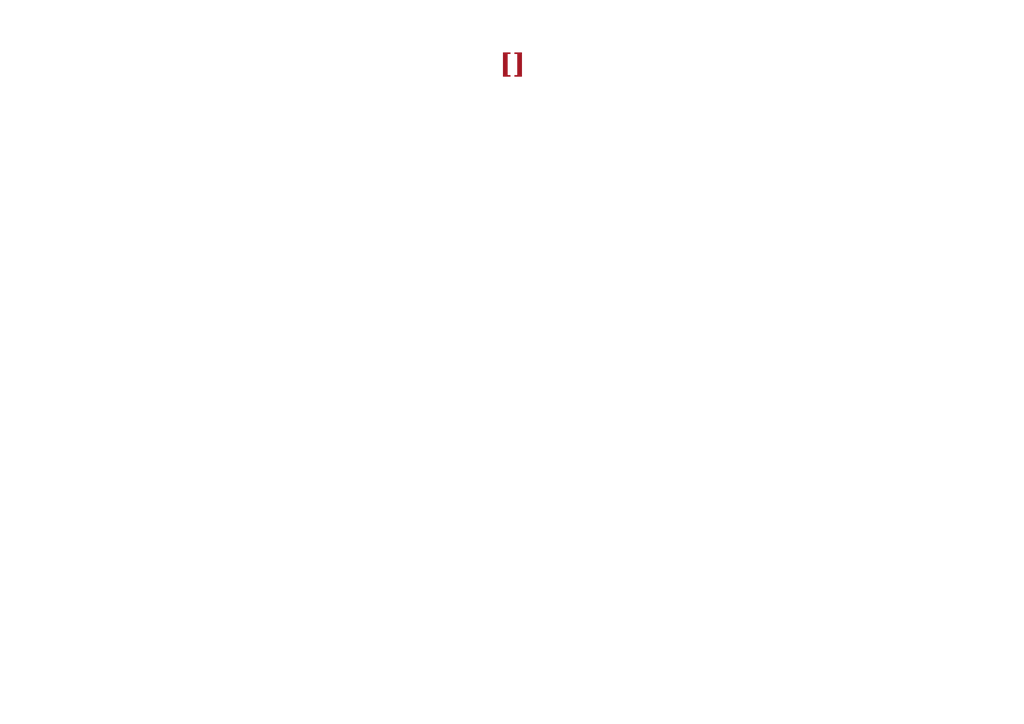
<source format=kicad_sch>
(kicad_sch
	(version 20250114)
	(generator "eeschema")
	(generator_version "9.0")
	(uuid "43756dca-f8f6-4179-bbe2-5af9585c666d")
	(paper "A3")
	(title_block
		(title "${SHEETNAME}")
		(date "Last Modified Date")
		(rev "${REVISION}")
		(company "${COMPANY}")
	)
	(lib_symbols)
	(text_box "[${#}] ${SHEETNAME}"
		(exclude_from_sim no)
		(at 12.7 20.32 0)
		(size 394.97 12.7)
		(margins 5.9999 5.9999 5.9999 5.9999)
		(stroke
			(width -0.0001)
			(type solid)
		)
		(fill
			(type none)
		)
		(effects
			(font
				(face "Times New Roman")
				(size 8 8)
				(thickness 1.2)
				(bold yes)
				(color 162 22 34 1)
			)
		)
		(uuid "7fa5cc40-6c97-487c-9cc7-412504f68533")
	)
)

</source>
